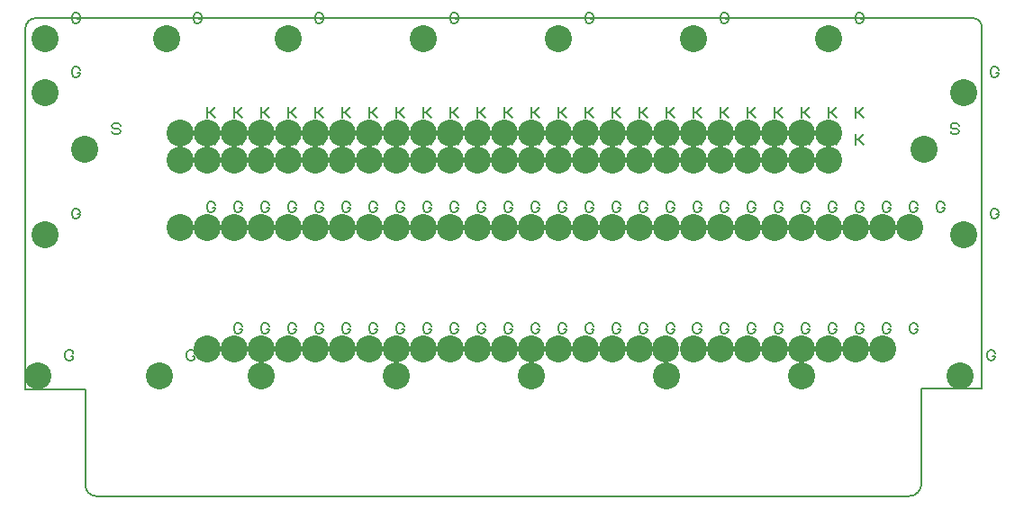
<source format=gbr>
G04 DesignSpark PCB PRO Gerber Version 10.0 Build 5299*
G04 #@! TF.Part,Single*
G04 #@! TF.FileFunction,Drillmap*
G04 #@! TF.FilePolarity,Positive*
%FSLAX35Y35*%
%MOIN*%
%ADD23C,0.00500*%
G04 #@! TA.AperFunction,ViaPad*
%ADD77C,0.10000*%
G04 #@! TD.AperFunction*
X0Y0D02*
D02*
D23*
X133376Y65502D02*
X134314D01*
Y65189D01*
X134001Y64565D01*
X133689Y64252D01*
X133064Y63939D01*
X132439D01*
X131814Y64252D01*
X131501Y64565D01*
X131189Y65189D01*
Y66439D01*
X131501Y67065D01*
X131814Y67377D01*
X132439Y67689D01*
X133064D01*
X133689Y67377D01*
X134001Y67065D01*
X134314Y66439D01*
X135876Y118002D02*
X136814D01*
Y117689D01*
X136501Y117065D01*
X136189Y116752D01*
X135564Y116439D01*
X134939D01*
X134314Y116752D01*
X134001Y117065D01*
X133689Y117689D01*
Y118939D01*
X134001Y119565D01*
X134314Y119877D01*
X134939Y120189D01*
X135564D01*
X136189Y119877D01*
X136501Y119565D01*
X136814Y118939D01*
X135876Y170502D02*
X136814D01*
Y170189D01*
X136501Y169565D01*
X136189Y169252D01*
X135564Y168939D01*
X134939D01*
X134314Y169252D01*
X134001Y169565D01*
X133689Y170189D01*
Y171439D01*
X134001Y172065D01*
X134314Y172377D01*
X134939Y172689D01*
X135564D01*
X136189Y172377D01*
X136501Y172065D01*
X136814Y171439D01*
X135876Y190502D02*
X136814D01*
Y190189D01*
X136501Y189565D01*
X136189Y189252D01*
X135564Y188939D01*
X134939D01*
X134314Y189252D01*
X134001Y189565D01*
X133689Y190189D01*
Y191439D01*
X134001Y192065D01*
X134314Y192377D01*
X134939Y192689D01*
X135564D01*
X136189Y192377D01*
X136501Y192065D01*
X136814Y191439D01*
X142863Y13541D02*
X443513D01*
G75*
G03*
X448256Y18283I0J4743D01*
G01*
Y53391D01*
X470596D01*
Y187243D01*
G75*
G03*
X467023Y190816I-3573J0D01*
G01*
X120594D01*
G75*
G03*
X116529Y186751I0J-4065D01*
G01*
Y53142D01*
X138744D01*
Y17659D01*
G75*
G03*
X142863Y13541I4119J0D01*
G01*
X148610Y148877D02*
X148923Y148252D01*
X149548Y147939D01*
X150798D01*
X151423Y148252D01*
X151735Y148877D01*
X151423Y149502D01*
X150798Y149815D01*
X149548D01*
X148923Y150127D01*
X148610Y150752D01*
X148923Y151377D01*
X149548Y151689D01*
X150798D01*
X151423Y151377D01*
X151735Y150752D01*
X178376Y65502D02*
X179314D01*
Y65189D01*
X179001Y64565D01*
X178689Y64252D01*
X178064Y63939D01*
X177439D01*
X176814Y64252D01*
X176501Y64565D01*
X176189Y65189D01*
Y66439D01*
X176501Y67065D01*
X176814Y67377D01*
X177439Y67689D01*
X178064D01*
X178689Y67377D01*
X179001Y67065D01*
X179314Y66439D01*
X180876Y190502D02*
X181814D01*
Y190189D01*
X181501Y189565D01*
X181189Y189252D01*
X180564Y188939D01*
X179939D01*
X179314Y189252D01*
X179001Y189565D01*
X178689Y190189D01*
Y191439D01*
X179001Y192065D01*
X179314Y192377D01*
X179939Y192689D01*
X180564D01*
X181189Y192377D01*
X181501Y192065D01*
X181814Y191439D01*
X185876Y120502D02*
X186814D01*
Y120189D01*
X186501Y119565D01*
X186189Y119252D01*
X185564Y118939D01*
X184939D01*
X184314Y119252D01*
X184001Y119565D01*
X183689Y120189D01*
Y121439D01*
X184001Y122065D01*
X184314Y122377D01*
X184939Y122689D01*
X185564D01*
X186189Y122377D01*
X186501Y122065D01*
X186814Y121439D01*
X183810Y143939D02*
Y147689D01*
Y145815D02*
X184748D01*
X186935Y147689D01*
X184748Y145815D02*
X186935Y143939D01*
X183810Y153939D02*
Y157689D01*
Y155815D02*
X184748D01*
X186935Y157689D01*
X184748Y155815D02*
X186935Y153939D01*
X195876Y75502D02*
X196814D01*
Y75189D01*
X196501Y74565D01*
X196189Y74252D01*
X195564Y73939D01*
X194939D01*
X194314Y74252D01*
X194001Y74565D01*
X193689Y75189D01*
Y76439D01*
X194001Y77065D01*
X194314Y77377D01*
X194939Y77689D01*
X195564D01*
X196189Y77377D01*
X196501Y77065D01*
X196814Y76439D01*
X195876Y120502D02*
X196814D01*
Y120189D01*
X196501Y119565D01*
X196189Y119252D01*
X195564Y118939D01*
X194939D01*
X194314Y119252D01*
X194001Y119565D01*
X193689Y120189D01*
Y121439D01*
X194001Y122065D01*
X194314Y122377D01*
X194939Y122689D01*
X195564D01*
X196189Y122377D01*
X196501Y122065D01*
X196814Y121439D01*
X193810Y143939D02*
Y147689D01*
Y145815D02*
X194748D01*
X196935Y147689D01*
X194748Y145815D02*
X196935Y143939D01*
X193810Y153939D02*
Y157689D01*
Y155815D02*
X194748D01*
X196935Y157689D01*
X194748Y155815D02*
X196935Y153939D01*
X205876Y75502D02*
X206814D01*
Y75189D01*
X206501Y74565D01*
X206189Y74252D01*
X205564Y73939D01*
X204939D01*
X204314Y74252D01*
X204001Y74565D01*
X203689Y75189D01*
Y76439D01*
X204001Y77065D01*
X204314Y77377D01*
X204939Y77689D01*
X205564D01*
X206189Y77377D01*
X206501Y77065D01*
X206814Y76439D01*
X205876Y120502D02*
X206814D01*
Y120189D01*
X206501Y119565D01*
X206189Y119252D01*
X205564Y118939D01*
X204939D01*
X204314Y119252D01*
X204001Y119565D01*
X203689Y120189D01*
Y121439D01*
X204001Y122065D01*
X204314Y122377D01*
X204939Y122689D01*
X205564D01*
X206189Y122377D01*
X206501Y122065D01*
X206814Y121439D01*
X203810Y143939D02*
Y147689D01*
Y145815D02*
X204748D01*
X206935Y147689D01*
X204748Y145815D02*
X206935Y143939D01*
X203810Y153939D02*
Y157689D01*
Y155815D02*
X204748D01*
X206935Y157689D01*
X204748Y155815D02*
X206935Y153939D01*
X215876Y65502D02*
X216814D01*
Y65189D01*
X216501Y64565D01*
X216189Y64252D01*
X215564Y63939D01*
X214939D01*
X214314Y64252D01*
X214001Y64565D01*
X213689Y65189D01*
Y66439D01*
X214001Y67065D01*
X214314Y67377D01*
X214939Y67689D01*
X215564D01*
X216189Y67377D01*
X216501Y67065D01*
X216814Y66439D01*
X215876Y75502D02*
X216814D01*
Y75189D01*
X216501Y74565D01*
X216189Y74252D01*
X215564Y73939D01*
X214939D01*
X214314Y74252D01*
X214001Y74565D01*
X213689Y75189D01*
Y76439D01*
X214001Y77065D01*
X214314Y77377D01*
X214939Y77689D01*
X215564D01*
X216189Y77377D01*
X216501Y77065D01*
X216814Y76439D01*
X215876Y120502D02*
X216814D01*
Y120189D01*
X216501Y119565D01*
X216189Y119252D01*
X215564Y118939D01*
X214939D01*
X214314Y119252D01*
X214001Y119565D01*
X213689Y120189D01*
Y121439D01*
X214001Y122065D01*
X214314Y122377D01*
X214939Y122689D01*
X215564D01*
X216189Y122377D01*
X216501Y122065D01*
X216814Y121439D01*
X213810Y143939D02*
Y147689D01*
Y145815D02*
X214748D01*
X216935Y147689D01*
X214748Y145815D02*
X216935Y143939D01*
X213810Y153939D02*
Y157689D01*
Y155815D02*
X214748D01*
X216935Y157689D01*
X214748Y155815D02*
X216935Y153939D01*
X225876Y75502D02*
X226814D01*
Y75189D01*
X226501Y74565D01*
X226189Y74252D01*
X225564Y73939D01*
X224939D01*
X224314Y74252D01*
X224001Y74565D01*
X223689Y75189D01*
Y76439D01*
X224001Y77065D01*
X224314Y77377D01*
X224939Y77689D01*
X225564D01*
X226189Y77377D01*
X226501Y77065D01*
X226814Y76439D01*
X225876Y120502D02*
X226814D01*
Y120189D01*
X226501Y119565D01*
X226189Y119252D01*
X225564Y118939D01*
X224939D01*
X224314Y119252D01*
X224001Y119565D01*
X223689Y120189D01*
Y121439D01*
X224001Y122065D01*
X224314Y122377D01*
X224939Y122689D01*
X225564D01*
X226189Y122377D01*
X226501Y122065D01*
X226814Y121439D01*
X225876Y190502D02*
X226814D01*
Y190189D01*
X226501Y189565D01*
X226189Y189252D01*
X225564Y188939D01*
X224939D01*
X224314Y189252D01*
X224001Y189565D01*
X223689Y190189D01*
Y191439D01*
X224001Y192065D01*
X224314Y192377D01*
X224939Y192689D01*
X225564D01*
X226189Y192377D01*
X226501Y192065D01*
X226814Y191439D01*
X223810Y143939D02*
Y147689D01*
Y145815D02*
X224748D01*
X226935Y147689D01*
X224748Y145815D02*
X226935Y143939D01*
X223810Y153939D02*
Y157689D01*
Y155815D02*
X224748D01*
X226935Y157689D01*
X224748Y155815D02*
X226935Y153939D01*
X235876Y75502D02*
X236814D01*
Y75189D01*
X236501Y74565D01*
X236189Y74252D01*
X235564Y73939D01*
X234939D01*
X234314Y74252D01*
X234001Y74565D01*
X233689Y75189D01*
Y76439D01*
X234001Y77065D01*
X234314Y77377D01*
X234939Y77689D01*
X235564D01*
X236189Y77377D01*
X236501Y77065D01*
X236814Y76439D01*
X235876Y120502D02*
X236814D01*
Y120189D01*
X236501Y119565D01*
X236189Y119252D01*
X235564Y118939D01*
X234939D01*
X234314Y119252D01*
X234001Y119565D01*
X233689Y120189D01*
Y121439D01*
X234001Y122065D01*
X234314Y122377D01*
X234939Y122689D01*
X235564D01*
X236189Y122377D01*
X236501Y122065D01*
X236814Y121439D01*
X233810Y143939D02*
Y147689D01*
Y145815D02*
X234748D01*
X236935Y147689D01*
X234748Y145815D02*
X236935Y143939D01*
X233810Y153939D02*
Y157689D01*
Y155815D02*
X234748D01*
X236935Y157689D01*
X234748Y155815D02*
X236935Y153939D01*
X245876Y75502D02*
X246814D01*
Y75189D01*
X246501Y74565D01*
X246189Y74252D01*
X245564Y73939D01*
X244939D01*
X244314Y74252D01*
X244001Y74565D01*
X243689Y75189D01*
Y76439D01*
X244001Y77065D01*
X244314Y77377D01*
X244939Y77689D01*
X245564D01*
X246189Y77377D01*
X246501Y77065D01*
X246814Y76439D01*
X245891Y120502D02*
X246829D01*
Y120189D01*
X246516Y119565D01*
X246204Y119252D01*
X245579Y118939D01*
X244954D01*
X244329Y119252D01*
X244016Y119565D01*
X243704Y120189D01*
Y121439D01*
X244016Y122065D01*
X244329Y122377D01*
X244954Y122689D01*
X245579D01*
X246204Y122377D01*
X246516Y122065D01*
X246829Y121439D01*
X243810Y143939D02*
Y147689D01*
Y145815D02*
X244748D01*
X246935Y147689D01*
X244748Y145815D02*
X246935Y143939D01*
X243810Y153939D02*
Y157689D01*
Y155815D02*
X244748D01*
X246935Y157689D01*
X244748Y155815D02*
X246935Y153939D01*
X255876Y120502D02*
X256814D01*
Y120189D01*
X256501Y119565D01*
X256189Y119252D01*
X255564Y118939D01*
X254939D01*
X254314Y119252D01*
X254001Y119565D01*
X253689Y120189D01*
Y121439D01*
X254001Y122065D01*
X254314Y122377D01*
X254939Y122689D01*
X255564D01*
X256189Y122377D01*
X256501Y122065D01*
X256814Y121439D01*
X255891Y75502D02*
X256829D01*
Y75189D01*
X256516Y74565D01*
X256204Y74252D01*
X255579Y73939D01*
X254954D01*
X254329Y74252D01*
X254016Y74565D01*
X253704Y75189D01*
Y76439D01*
X254016Y77065D01*
X254329Y77377D01*
X254954Y77689D01*
X255579D01*
X256204Y77377D01*
X256516Y77065D01*
X256829Y76439D01*
X253810Y143939D02*
Y147689D01*
Y145815D02*
X254748D01*
X256935Y147689D01*
X254748Y145815D02*
X256935Y143939D01*
X253810Y153939D02*
Y157689D01*
Y155815D02*
X254748D01*
X256935Y157689D01*
X254748Y155815D02*
X256935Y153939D01*
X265876Y65502D02*
X266814D01*
Y65189D01*
X266501Y64565D01*
X266189Y64252D01*
X265564Y63939D01*
X264939D01*
X264314Y64252D01*
X264001Y64565D01*
X263689Y65189D01*
Y66439D01*
X264001Y67065D01*
X264314Y67377D01*
X264939Y67689D01*
X265564D01*
X266189Y67377D01*
X266501Y67065D01*
X266814Y66439D01*
X265876Y75502D02*
X266814D01*
Y75189D01*
X266501Y74565D01*
X266189Y74252D01*
X265564Y73939D01*
X264939D01*
X264314Y74252D01*
X264001Y74565D01*
X263689Y75189D01*
Y76439D01*
X264001Y77065D01*
X264314Y77377D01*
X264939Y77689D01*
X265564D01*
X266189Y77377D01*
X266501Y77065D01*
X266814Y76439D01*
X265876Y120502D02*
X266814D01*
Y120189D01*
X266501Y119565D01*
X266189Y119252D01*
X265564Y118939D01*
X264939D01*
X264314Y119252D01*
X264001Y119565D01*
X263689Y120189D01*
Y121439D01*
X264001Y122065D01*
X264314Y122377D01*
X264939Y122689D01*
X265564D01*
X266189Y122377D01*
X266501Y122065D01*
X266814Y121439D01*
X263810Y143939D02*
Y147689D01*
Y145815D02*
X264748D01*
X266935Y147689D01*
X264748Y145815D02*
X266935Y143939D01*
X263810Y153939D02*
Y157689D01*
Y155815D02*
X264748D01*
X266935Y157689D01*
X264748Y155815D02*
X266935Y153939D01*
X275876Y75502D02*
X276814D01*
Y75189D01*
X276501Y74565D01*
X276189Y74252D01*
X275564Y73939D01*
X274939D01*
X274314Y74252D01*
X274001Y74565D01*
X273689Y75189D01*
Y76439D01*
X274001Y77065D01*
X274314Y77377D01*
X274939Y77689D01*
X275564D01*
X276189Y77377D01*
X276501Y77065D01*
X276814Y76439D01*
X275876Y120502D02*
X276814D01*
Y120189D01*
X276501Y119565D01*
X276189Y119252D01*
X275564Y118939D01*
X274939D01*
X274314Y119252D01*
X274001Y119565D01*
X273689Y120189D01*
Y121439D01*
X274001Y122065D01*
X274314Y122377D01*
X274939Y122689D01*
X275564D01*
X276189Y122377D01*
X276501Y122065D01*
X276814Y121439D01*
X275876Y190502D02*
X276814D01*
Y190189D01*
X276501Y189565D01*
X276189Y189252D01*
X275564Y188939D01*
X274939D01*
X274314Y189252D01*
X274001Y189565D01*
X273689Y190189D01*
Y191439D01*
X274001Y192065D01*
X274314Y192377D01*
X274939Y192689D01*
X275564D01*
X276189Y192377D01*
X276501Y192065D01*
X276814Y191439D01*
X273810Y143939D02*
Y147689D01*
Y145815D02*
X274748D01*
X276935Y147689D01*
X274748Y145815D02*
X276935Y143939D01*
X273810Y153939D02*
Y157689D01*
Y155815D02*
X274748D01*
X276935Y157689D01*
X274748Y155815D02*
X276935Y153939D01*
X285876Y120502D02*
X286814D01*
Y120189D01*
X286501Y119565D01*
X286189Y119252D01*
X285564Y118939D01*
X284939D01*
X284314Y119252D01*
X284001Y119565D01*
X283689Y120189D01*
Y121439D01*
X284001Y122065D01*
X284314Y122377D01*
X284939Y122689D01*
X285564D01*
X286189Y122377D01*
X286501Y122065D01*
X286814Y121439D01*
X285969Y75502D02*
X286906D01*
Y75189D01*
X286594Y74565D01*
X286281Y74252D01*
X285656Y73939D01*
X285031D01*
X284406Y74252D01*
X284094Y74565D01*
X283781Y75189D01*
Y76439D01*
X284094Y77065D01*
X284406Y77377D01*
X285031Y77689D01*
X285656D01*
X286281Y77377D01*
X286594Y77065D01*
X286906Y76439D01*
X283810Y143939D02*
Y147689D01*
Y145815D02*
X284748D01*
X286935Y147689D01*
X284748Y145815D02*
X286935Y143939D01*
X283810Y153939D02*
Y157689D01*
Y155815D02*
X284748D01*
X286935Y157689D01*
X284748Y155815D02*
X286935Y153939D01*
X295876Y75502D02*
X296814D01*
Y75189D01*
X296501Y74565D01*
X296189Y74252D01*
X295564Y73939D01*
X294939D01*
X294314Y74252D01*
X294001Y74565D01*
X293689Y75189D01*
Y76439D01*
X294001Y77065D01*
X294314Y77377D01*
X294939Y77689D01*
X295564D01*
X296189Y77377D01*
X296501Y77065D01*
X296814Y76439D01*
X295876Y120502D02*
X296814D01*
Y120189D01*
X296501Y119565D01*
X296189Y119252D01*
X295564Y118939D01*
X294939D01*
X294314Y119252D01*
X294001Y119565D01*
X293689Y120189D01*
Y121439D01*
X294001Y122065D01*
X294314Y122377D01*
X294939Y122689D01*
X295564D01*
X296189Y122377D01*
X296501Y122065D01*
X296814Y121439D01*
X293810Y143939D02*
Y147689D01*
Y145815D02*
X294748D01*
X296935Y147689D01*
X294748Y145815D02*
X296935Y143939D01*
X293810Y153939D02*
Y157689D01*
Y155815D02*
X294748D01*
X296935Y157689D01*
X294748Y155815D02*
X296935Y153939D01*
X305876Y120502D02*
X306814D01*
Y120189D01*
X306501Y119565D01*
X306189Y119252D01*
X305564Y118939D01*
X304939D01*
X304314Y119252D01*
X304001Y119565D01*
X303689Y120189D01*
Y121439D01*
X304001Y122065D01*
X304314Y122377D01*
X304939Y122689D01*
X305564D01*
X306189Y122377D01*
X306501Y122065D01*
X306814Y121439D01*
X305937Y75502D02*
X306875D01*
Y75189D01*
X306562Y74565D01*
X306250Y74252D01*
X305625Y73939D01*
X305000D01*
X304375Y74252D01*
X304062Y74565D01*
X303750Y75189D01*
Y76439D01*
X304062Y77065D01*
X304375Y77377D01*
X305000Y77689D01*
X305625D01*
X306250Y77377D01*
X306562Y77065D01*
X306875Y76439D01*
X303810Y143939D02*
Y147689D01*
Y145815D02*
X304748D01*
X306935Y147689D01*
X304748Y145815D02*
X306935Y143939D01*
X303810Y153939D02*
Y157689D01*
Y155815D02*
X304748D01*
X306935Y157689D01*
X304748Y155815D02*
X306935Y153939D01*
X315876Y65502D02*
X316814D01*
Y65189D01*
X316501Y64565D01*
X316189Y64252D01*
X315564Y63939D01*
X314939D01*
X314314Y64252D01*
X314001Y64565D01*
X313689Y65189D01*
Y66439D01*
X314001Y67065D01*
X314314Y67377D01*
X314939Y67689D01*
X315564D01*
X316189Y67377D01*
X316501Y67065D01*
X316814Y66439D01*
X315876Y75502D02*
X316814D01*
Y75189D01*
X316501Y74565D01*
X316189Y74252D01*
X315564Y73939D01*
X314939D01*
X314314Y74252D01*
X314001Y74565D01*
X313689Y75189D01*
Y76439D01*
X314001Y77065D01*
X314314Y77377D01*
X314939Y77689D01*
X315564D01*
X316189Y77377D01*
X316501Y77065D01*
X316814Y76439D01*
X315876Y120502D02*
X316814D01*
Y120189D01*
X316501Y119565D01*
X316189Y119252D01*
X315564Y118939D01*
X314939D01*
X314314Y119252D01*
X314001Y119565D01*
X313689Y120189D01*
Y121439D01*
X314001Y122065D01*
X314314Y122377D01*
X314939Y122689D01*
X315564D01*
X316189Y122377D01*
X316501Y122065D01*
X316814Y121439D01*
X313810Y143939D02*
Y147689D01*
Y145815D02*
X314748D01*
X316935Y147689D01*
X314748Y145815D02*
X316935Y143939D01*
X313810Y153939D02*
Y157689D01*
Y155815D02*
X314748D01*
X316935Y157689D01*
X314748Y155815D02*
X316935Y153939D01*
X325876Y190502D02*
X326814D01*
Y190189D01*
X326501Y189565D01*
X326189Y189252D01*
X325564Y188939D01*
X324939D01*
X324314Y189252D01*
X324001Y189565D01*
X323689Y190189D01*
Y191439D01*
X324001Y192065D01*
X324314Y192377D01*
X324939Y192689D01*
X325564D01*
X326189Y192377D01*
X326501Y192065D01*
X326814Y191439D01*
X325891Y120502D02*
X326829D01*
Y120189D01*
X326516Y119565D01*
X326204Y119252D01*
X325579Y118939D01*
X324954D01*
X324329Y119252D01*
X324016Y119565D01*
X323704Y120189D01*
Y121439D01*
X324016Y122065D01*
X324329Y122377D01*
X324954Y122689D01*
X325579D01*
X326204Y122377D01*
X326516Y122065D01*
X326829Y121439D01*
X323810Y143939D02*
Y147689D01*
Y145815D02*
X324748D01*
X326935Y147689D01*
X324748Y145815D02*
X326935Y143939D01*
X323810Y153939D02*
Y157689D01*
Y155815D02*
X324748D01*
X326935Y157689D01*
X324748Y155815D02*
X326935Y153939D01*
X326030Y75502D02*
X326968D01*
Y75189D01*
X326656Y74565D01*
X326343Y74252D01*
X325718Y73939D01*
X325093D01*
X324468Y74252D01*
X324156Y74565D01*
X323843Y75189D01*
Y76439D01*
X324156Y77065D01*
X324468Y77377D01*
X325093Y77689D01*
X325718D01*
X326343Y77377D01*
X326656Y77065D01*
X326968Y76439D01*
X335876Y75502D02*
X336814D01*
Y75189D01*
X336501Y74565D01*
X336189Y74252D01*
X335564Y73939D01*
X334939D01*
X334314Y74252D01*
X334001Y74565D01*
X333689Y75189D01*
Y76439D01*
X334001Y77065D01*
X334314Y77377D01*
X334939Y77689D01*
X335564D01*
X336189Y77377D01*
X336501Y77065D01*
X336814Y76439D01*
X335876Y120502D02*
X336814D01*
Y120189D01*
X336501Y119565D01*
X336189Y119252D01*
X335564Y118939D01*
X334939D01*
X334314Y119252D01*
X334001Y119565D01*
X333689Y120189D01*
Y121439D01*
X334001Y122065D01*
X334314Y122377D01*
X334939Y122689D01*
X335564D01*
X336189Y122377D01*
X336501Y122065D01*
X336814Y121439D01*
X333810Y143939D02*
Y147689D01*
Y145815D02*
X334748D01*
X336935Y147689D01*
X334748Y145815D02*
X336935Y143939D01*
X333810Y153939D02*
Y157689D01*
Y155815D02*
X334748D01*
X336935Y157689D01*
X334748Y155815D02*
X336935Y153939D01*
X345874Y75502D02*
X346812D01*
Y75189D01*
X346499Y74565D01*
X346187Y74252D01*
X345562Y73939D01*
X344937D01*
X344312Y74252D01*
X343999Y74565D01*
X343687Y75189D01*
Y76439D01*
X343999Y77065D01*
X344312Y77377D01*
X344937Y77689D01*
X345562D01*
X346187Y77377D01*
X346499Y77065D01*
X346812Y76439D01*
X345876Y120502D02*
X346814D01*
Y120189D01*
X346501Y119565D01*
X346189Y119252D01*
X345564Y118939D01*
X344939D01*
X344314Y119252D01*
X344001Y119565D01*
X343689Y120189D01*
Y121439D01*
X344001Y122065D01*
X344314Y122377D01*
X344939Y122689D01*
X345564D01*
X346189Y122377D01*
X346501Y122065D01*
X346814Y121439D01*
X343810Y143939D02*
Y147689D01*
Y145815D02*
X344748D01*
X346935Y147689D01*
X344748Y145815D02*
X346935Y143939D01*
X343810Y153939D02*
Y157689D01*
Y155815D02*
X344748D01*
X346935Y157689D01*
X344748Y155815D02*
X346935Y153939D01*
X355876Y120502D02*
X356814D01*
Y120189D01*
X356501Y119565D01*
X356189Y119252D01*
X355564Y118939D01*
X354939D01*
X354314Y119252D01*
X354001Y119565D01*
X353689Y120189D01*
Y121439D01*
X354001Y122065D01*
X354314Y122377D01*
X354939Y122689D01*
X355564D01*
X356189Y122377D01*
X356501Y122065D01*
X356814Y121439D01*
X355983Y75502D02*
X356921D01*
Y75189D01*
X356608Y74565D01*
X356296Y74252D01*
X355671Y73939D01*
X355046D01*
X354421Y74252D01*
X354108Y74565D01*
X353796Y75189D01*
Y76439D01*
X354108Y77065D01*
X354421Y77377D01*
X355046Y77689D01*
X355671D01*
X356296Y77377D01*
X356608Y77065D01*
X356921Y76439D01*
X353810Y143939D02*
Y147689D01*
Y145815D02*
X354748D01*
X356935Y147689D01*
X354748Y145815D02*
X356935Y143939D01*
X353810Y153939D02*
Y157689D01*
Y155815D02*
X354748D01*
X356935Y157689D01*
X354748Y155815D02*
X356935Y153939D01*
X365843Y75502D02*
X366780D01*
Y75189D01*
X366468Y74565D01*
X366155Y74252D01*
X365530Y73939D01*
X364905D01*
X364280Y74252D01*
X363968Y74565D01*
X363655Y75189D01*
Y76439D01*
X363968Y77065D01*
X364280Y77377D01*
X364905Y77689D01*
X365530D01*
X366155Y77377D01*
X366468Y77065D01*
X366780Y76439D01*
X365876Y65502D02*
X366814D01*
Y65189D01*
X366501Y64565D01*
X366189Y64252D01*
X365564Y63939D01*
X364939D01*
X364314Y64252D01*
X364001Y64565D01*
X363689Y65189D01*
Y66439D01*
X364001Y67065D01*
X364314Y67377D01*
X364939Y67689D01*
X365564D01*
X366189Y67377D01*
X366501Y67065D01*
X366814Y66439D01*
X365876Y120502D02*
X366814D01*
Y120189D01*
X366501Y119565D01*
X366189Y119252D01*
X365564Y118939D01*
X364939D01*
X364314Y119252D01*
X364001Y119565D01*
X363689Y120189D01*
Y121439D01*
X364001Y122065D01*
X364314Y122377D01*
X364939Y122689D01*
X365564D01*
X366189Y122377D01*
X366501Y122065D01*
X366814Y121439D01*
X363810Y143939D02*
Y147689D01*
Y145815D02*
X364748D01*
X366935Y147689D01*
X364748Y145815D02*
X366935Y143939D01*
X363810Y153939D02*
Y157689D01*
Y155815D02*
X364748D01*
X366935Y157689D01*
X364748Y155815D02*
X366935Y153939D01*
X375876Y75502D02*
X376814D01*
Y75189D01*
X376501Y74565D01*
X376189Y74252D01*
X375564Y73939D01*
X374939D01*
X374314Y74252D01*
X374001Y74565D01*
X373689Y75189D01*
Y76439D01*
X374001Y77065D01*
X374314Y77377D01*
X374939Y77689D01*
X375564D01*
X376189Y77377D01*
X376501Y77065D01*
X376814Y76439D01*
X375876Y120502D02*
X376814D01*
Y120189D01*
X376501Y119565D01*
X376189Y119252D01*
X375564Y118939D01*
X374939D01*
X374314Y119252D01*
X374001Y119565D01*
X373689Y120189D01*
Y121439D01*
X374001Y122065D01*
X374314Y122377D01*
X374939Y122689D01*
X375564D01*
X376189Y122377D01*
X376501Y122065D01*
X376814Y121439D01*
X375876Y190502D02*
X376814D01*
Y190189D01*
X376501Y189565D01*
X376189Y189252D01*
X375564Y188939D01*
X374939D01*
X374314Y189252D01*
X374001Y189565D01*
X373689Y190189D01*
Y191439D01*
X374001Y192065D01*
X374314Y192377D01*
X374939Y192689D01*
X375564D01*
X376189Y192377D01*
X376501Y192065D01*
X376814Y191439D01*
X373810Y143939D02*
Y147689D01*
Y145815D02*
X374748D01*
X376935Y147689D01*
X374748Y145815D02*
X376935Y143939D01*
X373810Y153939D02*
Y157689D01*
Y155815D02*
X374748D01*
X376935Y157689D01*
X374748Y155815D02*
X376935Y153939D01*
X385876Y75502D02*
X386814D01*
Y75189D01*
X386501Y74565D01*
X386189Y74252D01*
X385564Y73939D01*
X384939D01*
X384314Y74252D01*
X384001Y74565D01*
X383689Y75189D01*
Y76439D01*
X384001Y77065D01*
X384314Y77377D01*
X384939Y77689D01*
X385564D01*
X386189Y77377D01*
X386501Y77065D01*
X386814Y76439D01*
X385876Y120502D02*
X386814D01*
Y120189D01*
X386501Y119565D01*
X386189Y119252D01*
X385564Y118939D01*
X384939D01*
X384314Y119252D01*
X384001Y119565D01*
X383689Y120189D01*
Y121439D01*
X384001Y122065D01*
X384314Y122377D01*
X384939Y122689D01*
X385564D01*
X386189Y122377D01*
X386501Y122065D01*
X386814Y121439D01*
X383810Y143939D02*
Y147689D01*
Y145815D02*
X384748D01*
X386935Y147689D01*
X384748Y145815D02*
X386935Y143939D01*
X383810Y153939D02*
Y157689D01*
Y155815D02*
X384748D01*
X386935Y157689D01*
X384748Y155815D02*
X386935Y153939D01*
X395876Y75502D02*
X396814D01*
Y75189D01*
X396501Y74565D01*
X396189Y74252D01*
X395564Y73939D01*
X394939D01*
X394314Y74252D01*
X394001Y74565D01*
X393689Y75189D01*
Y76439D01*
X394001Y77065D01*
X394314Y77377D01*
X394939Y77689D01*
X395564D01*
X396189Y77377D01*
X396501Y77065D01*
X396814Y76439D01*
X395876Y120502D02*
X396814D01*
Y120189D01*
X396501Y119565D01*
X396189Y119252D01*
X395564Y118939D01*
X394939D01*
X394314Y119252D01*
X394001Y119565D01*
X393689Y120189D01*
Y121439D01*
X394001Y122065D01*
X394314Y122377D01*
X394939Y122689D01*
X395564D01*
X396189Y122377D01*
X396501Y122065D01*
X396814Y121439D01*
X393810Y143939D02*
Y147689D01*
Y145815D02*
X394748D01*
X396935Y147689D01*
X394748Y145815D02*
X396935Y143939D01*
X393810Y153939D02*
Y157689D01*
Y155815D02*
X394748D01*
X396935Y157689D01*
X394748Y155815D02*
X396935Y153939D01*
X405876Y75502D02*
X406814D01*
Y75189D01*
X406501Y74565D01*
X406189Y74252D01*
X405564Y73939D01*
X404939D01*
X404314Y74252D01*
X404001Y74565D01*
X403689Y75189D01*
Y76439D01*
X404001Y77065D01*
X404314Y77377D01*
X404939Y77689D01*
X405564D01*
X406189Y77377D01*
X406501Y77065D01*
X406814Y76439D01*
X405891Y120502D02*
X406829D01*
Y120189D01*
X406516Y119565D01*
X406204Y119252D01*
X405579Y118939D01*
X404954D01*
X404329Y119252D01*
X404016Y119565D01*
X403704Y120189D01*
Y121439D01*
X404016Y122065D01*
X404329Y122377D01*
X404954Y122689D01*
X405579D01*
X406204Y122377D01*
X406516Y122065D01*
X406829Y121439D01*
X403810Y143939D02*
Y147689D01*
Y145815D02*
X404748D01*
X406935Y147689D01*
X404748Y145815D02*
X406935Y143939D01*
X403810Y153939D02*
Y157689D01*
Y155815D02*
X404748D01*
X406935Y157689D01*
X404748Y155815D02*
X406935Y153939D01*
X415876Y65502D02*
X416814D01*
Y65189D01*
X416501Y64565D01*
X416189Y64252D01*
X415564Y63939D01*
X414939D01*
X414314Y64252D01*
X414001Y64565D01*
X413689Y65189D01*
Y66439D01*
X414001Y67065D01*
X414314Y67377D01*
X414939Y67689D01*
X415564D01*
X416189Y67377D01*
X416501Y67065D01*
X416814Y66439D01*
X415876Y75502D02*
X416814D01*
Y75189D01*
X416501Y74565D01*
X416189Y74252D01*
X415564Y73939D01*
X414939D01*
X414314Y74252D01*
X414001Y74565D01*
X413689Y75189D01*
Y76439D01*
X414001Y77065D01*
X414314Y77377D01*
X414939Y77689D01*
X415564D01*
X416189Y77377D01*
X416501Y77065D01*
X416814Y76439D01*
X415876Y120502D02*
X416814D01*
Y120189D01*
X416501Y119565D01*
X416189Y119252D01*
X415564Y118939D01*
X414939D01*
X414314Y119252D01*
X414001Y119565D01*
X413689Y120189D01*
Y121439D01*
X414001Y122065D01*
X414314Y122377D01*
X414939Y122689D01*
X415564D01*
X416189Y122377D01*
X416501Y122065D01*
X416814Y121439D01*
X413810Y143939D02*
Y147689D01*
Y145815D02*
X414748D01*
X416935Y147689D01*
X414748Y145815D02*
X416935Y143939D01*
X413810Y153939D02*
Y157689D01*
Y155815D02*
X414748D01*
X416935Y157689D01*
X414748Y155815D02*
X416935Y153939D01*
X425876Y75502D02*
X426814D01*
Y75189D01*
X426501Y74565D01*
X426189Y74252D01*
X425564Y73939D01*
X424939D01*
X424314Y74252D01*
X424001Y74565D01*
X423689Y75189D01*
Y76439D01*
X424001Y77065D01*
X424314Y77377D01*
X424939Y77689D01*
X425564D01*
X426189Y77377D01*
X426501Y77065D01*
X426814Y76439D01*
X425876Y120502D02*
X426814D01*
Y120189D01*
X426501Y119565D01*
X426189Y119252D01*
X425564Y118939D01*
X424939D01*
X424314Y119252D01*
X424001Y119565D01*
X423689Y120189D01*
Y121439D01*
X424001Y122065D01*
X424314Y122377D01*
X424939Y122689D01*
X425564D01*
X426189Y122377D01*
X426501Y122065D01*
X426814Y121439D01*
X425876Y190502D02*
X426814D01*
Y190189D01*
X426501Y189565D01*
X426189Y189252D01*
X425564Y188939D01*
X424939D01*
X424314Y189252D01*
X424001Y189565D01*
X423689Y190189D01*
Y191439D01*
X424001Y192065D01*
X424314Y192377D01*
X424939Y192689D01*
X425564D01*
X426189Y192377D01*
X426501Y192065D01*
X426814Y191439D01*
X423810Y143939D02*
Y147689D01*
Y145815D02*
X424748D01*
X426935Y147689D01*
X424748Y145815D02*
X426935Y143939D01*
X423810Y153939D02*
Y157689D01*
Y155815D02*
X424748D01*
X426935Y157689D01*
X424748Y155815D02*
X426935Y153939D01*
X435876Y75502D02*
X436814D01*
Y75189D01*
X436501Y74565D01*
X436189Y74252D01*
X435564Y73939D01*
X434939D01*
X434314Y74252D01*
X434001Y74565D01*
X433689Y75189D01*
Y76439D01*
X434001Y77065D01*
X434314Y77377D01*
X434939Y77689D01*
X435564D01*
X436189Y77377D01*
X436501Y77065D01*
X436814Y76439D01*
X435876Y120502D02*
X436814D01*
Y120189D01*
X436501Y119565D01*
X436189Y119252D01*
X435564Y118939D01*
X434939D01*
X434314Y119252D01*
X434001Y119565D01*
X433689Y120189D01*
Y121439D01*
X434001Y122065D01*
X434314Y122377D01*
X434939Y122689D01*
X435564D01*
X436189Y122377D01*
X436501Y122065D01*
X436814Y121439D01*
X445876Y120502D02*
X446814D01*
Y120189D01*
X446501Y119565D01*
X446189Y119252D01*
X445564Y118939D01*
X444939D01*
X444314Y119252D01*
X444001Y119565D01*
X443689Y120189D01*
Y121439D01*
X444001Y122065D01*
X444314Y122377D01*
X444939Y122689D01*
X445564D01*
X446189Y122377D01*
X446501Y122065D01*
X446814Y121439D01*
X445966Y75502D02*
X446904D01*
Y75189D01*
X446591Y74565D01*
X446279Y74252D01*
X445654Y73939D01*
X445029D01*
X444404Y74252D01*
X444091Y74565D01*
X443779Y75189D01*
Y76439D01*
X444091Y77065D01*
X444404Y77377D01*
X445029Y77689D01*
X445654D01*
X446279Y77377D01*
X446591Y77065D01*
X446904Y76439D01*
X455876Y120502D02*
X456814D01*
Y120189D01*
X456501Y119565D01*
X456189Y119252D01*
X455564Y118939D01*
X454939D01*
X454314Y119252D01*
X454001Y119565D01*
X453689Y120189D01*
Y121439D01*
X454001Y122065D01*
X454314Y122377D01*
X454939Y122689D01*
X455564D01*
X456189Y122377D01*
X456501Y122065D01*
X456814Y121439D01*
X459010Y148877D02*
X459323Y148252D01*
X459948Y147939D01*
X461198D01*
X461823Y148252D01*
X462135Y148877D01*
X461823Y149502D01*
X461198Y149815D01*
X459948D01*
X459323Y150127D01*
X459010Y150752D01*
X459323Y151377D01*
X459948Y151689D01*
X461198D01*
X461823Y151377D01*
X462135Y150752D01*
X474626Y65502D02*
X475564D01*
Y65189D01*
X475251Y64565D01*
X474939Y64252D01*
X474314Y63939D01*
X473689D01*
X473064Y64252D01*
X472751Y64565D01*
X472439Y65189D01*
Y66439D01*
X472751Y67065D01*
X473064Y67377D01*
X473689Y67689D01*
X474314D01*
X474939Y67377D01*
X475251Y67065D01*
X475564Y66439D01*
X475876Y118002D02*
X476814D01*
Y117689D01*
X476501Y117065D01*
X476189Y116752D01*
X475564Y116439D01*
X474939D01*
X474314Y116752D01*
X474001Y117065D01*
X473689Y117689D01*
Y118939D01*
X474001Y119565D01*
X474314Y119877D01*
X474939Y120189D01*
X475564D01*
X476189Y119877D01*
X476501Y119565D01*
X476814Y118939D01*
X475876Y170502D02*
X476814D01*
Y170189D01*
X476501Y169565D01*
X476189Y169252D01*
X475564Y168939D01*
X474939D01*
X474314Y169252D01*
X474001Y169565D01*
X473689Y170189D01*
Y171439D01*
X474001Y172065D01*
X474314Y172377D01*
X474939Y172689D01*
X475564D01*
X476189Y172377D01*
X476501Y172065D01*
X476814Y171439D01*
D02*
D77*
X121189Y58002D03*
X123689Y110502D03*
Y163002D03*
Y183002D03*
X138610Y142002D03*
X166189Y58002D03*
X168689Y183002D03*
X173689Y113002D03*
X173810Y138002D03*
Y148002D03*
X183689Y68002D03*
Y113002D03*
X183810Y138002D03*
Y148002D03*
X193689Y68002D03*
Y113002D03*
X193810Y138002D03*
Y148002D03*
X203689Y58002D03*
Y68002D03*
Y113002D03*
X203810Y138002D03*
Y148002D03*
X213689Y68002D03*
Y113002D03*
Y183002D03*
X213810Y138002D03*
Y148002D03*
X223689Y68002D03*
Y113002D03*
X223810Y138002D03*
Y148002D03*
X233689Y68002D03*
X233704Y113002D03*
X233810Y138002D03*
Y148002D03*
X243689Y113002D03*
X243704Y68002D03*
X243810Y138002D03*
Y148002D03*
X253689Y58002D03*
Y68002D03*
Y113002D03*
X253810Y138002D03*
Y148002D03*
X263689Y68002D03*
Y113002D03*
Y183002D03*
X263810Y138002D03*
Y148002D03*
X273689Y113002D03*
X273781Y68002D03*
X273810Y138002D03*
Y148002D03*
X283689Y68002D03*
Y113002D03*
X283810Y138002D03*
Y148002D03*
X293689Y113002D03*
X293750Y68002D03*
X293810Y138002D03*
Y148002D03*
X303689Y58002D03*
Y68002D03*
Y113002D03*
X303810Y138002D03*
Y148002D03*
X313689Y183002D03*
X313704Y113002D03*
X313810Y138002D03*
Y148002D03*
X313843Y68002D03*
X323689D03*
Y113002D03*
X323810Y138002D03*
Y148002D03*
X333687Y68002D03*
X333689Y113002D03*
X333810Y138002D03*
Y148002D03*
X343689Y113002D03*
X343796Y68002D03*
X343810Y138002D03*
Y148002D03*
X353655Y68002D03*
X353689Y58002D03*
Y113002D03*
X353810Y138002D03*
Y148002D03*
X363689Y68002D03*
Y113002D03*
Y183002D03*
X363810Y138002D03*
Y148002D03*
X373689Y68002D03*
Y113002D03*
X373810Y138002D03*
Y148002D03*
X383689Y68002D03*
Y113002D03*
X383810Y138002D03*
Y148002D03*
X393689Y68002D03*
X393704Y113002D03*
X393810Y138002D03*
Y148002D03*
X403689Y58002D03*
Y68002D03*
Y113002D03*
X403810Y138002D03*
Y148002D03*
X413689Y68002D03*
Y113002D03*
Y183002D03*
X413810Y138002D03*
Y148002D03*
X423689Y68002D03*
Y113002D03*
X433689D03*
X433779Y68002D03*
X443689Y113002D03*
X449010Y142002D03*
X462439Y58002D03*
X463689Y110502D03*
Y163002D03*
X0Y0D02*
M02*

</source>
